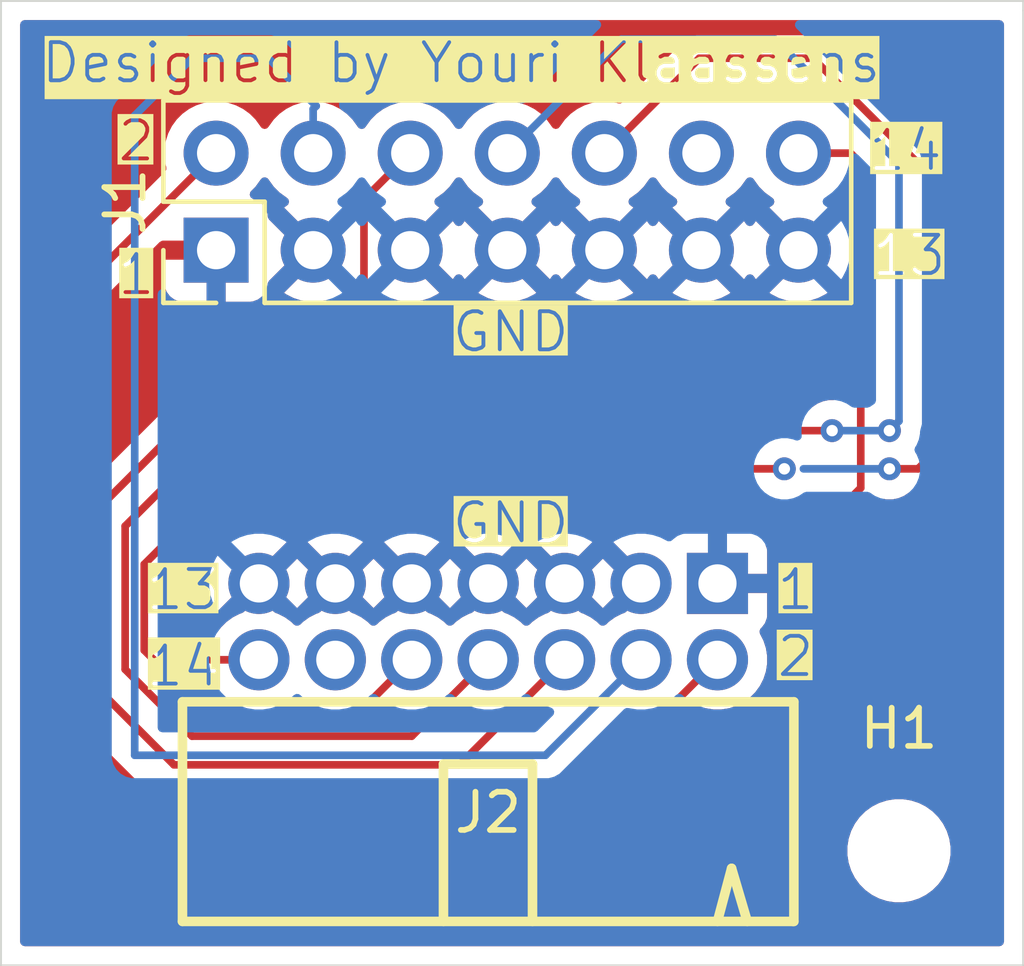
<source format=kicad_pcb>
(kicad_pcb (version 20241229) (generator "pcbnew") (generator_version "9.0")
  (title_block (title "Xilinx JTAG pitch adapter") (date "2025-04-06") (rev "1") (company "Author: Youri Klaassens"))
  (layers (0 "F.Cu" signal) (2 "B.Cu" signal) (13 "F.Paste" user) (15 "B.Paste" user) (5 "F.SilkS" user "F.Silkscreen") (7 "B.SilkS" user "B.Silkscreen") (1 "F.Mask" user) (3 "B.Mask" user) (25 "Edge.Cuts" user))
  (net 0 "")
  (net 3 "GND")
  (net 4 "TDO")
  (net 5 "SRST")
  (net 6 "VREF")
  (net 7 "TCK")
  (net 8 "TMS")
  (net 9 "TDI")
  (footprint "MountingHole:MountingHole_2.2mm_M2" (layer "F.Cu") (at 138.75 134.75)
    (property "Reference" "H1" (at 0 -3.2 0) (layer "F.SilkS"))
    (property "Value" "MountingHole" (hide yes))
    (pad "" np_thru_hole circle (at 0 0) (size 2.2 2.2) (drill 2.2) (layers "*.Cu" "*.Mask"))
  )
  (footprint "2mm-connector:CONN-TH_14P-P2.00-V-M_1-1734493-4" (layer "F.Cu") (at 128 128.75 180)
    (property "Reference" "J2" (at 0 -5 0) (layer "F.SilkS"))
    (property "Value" "2.0mm pitch JTAG" (hide yes))
    (fp_line (start 8 -2.1) (end -8 -2.1) (stroke (width 0.25)) (layer "F.SilkS"))
    (fp_line (start 8 -7.85) (end 8 -2.1) (stroke (width 0.25)) (layer "F.SilkS"))
    (fp_line (start 1.17 -3.73) (end 1.17 -7.85) (stroke (width 0.25)) (layer "F.SilkS"))
    (fp_line (start -1.16 -3.73) (end 1.17 -3.73) (stroke (width 0.25)) (layer "F.SilkS"))
    (fp_line (start -1.16 -7.85) (end -1.16 -3.73) (stroke (width 0.25)) (layer "F.SilkS"))
    (fp_line (start -6.37 -6.46) (end -6 -7.85) (stroke (width 0.25)) (layer "F.SilkS"))
    (fp_line (start -6.78 -7.85) (end -6.37 -6.46) (stroke (width 0.25)) (layer "F.SilkS"))
    (fp_line (start -7.97 -7.85) (end 8 -7.85) (stroke (width 0.25)) (layer "F.SilkS"))
    (fp_line (start -8 -7.85) (end -7.97 -7.85) (stroke (width 0.25)) (layer "F.SilkS"))
    (fp_line (start -8 -7.85) (end -8 -2.1) (stroke (width 0.25)) (layer "F.SilkS"))
    (pad "1" thru_hole rect (at -6 1 180) (size 1.6 1.6) (drill 0.999998) (layers "*.Cu" "*.Mask") (net 3 "GND"))
    (pad "2" thru_hole circle (at -6 -1 180) (size 1.6 1.6) (drill 0.999998) (layers "*.Cu" "*.Mask") (net 6 "VREF"))
    (pad "3" thru_hole circle (at -4 1 180) (size 1.6 1.6) (drill 0.999998) (layers "*.Cu" "*.Mask") (net 3 "GND"))
    (pad "4" thru_hole circle (at -4 -1 180) (size 1.6 1.6) (drill 0.999998) (layers "*.Cu" "*.Mask") (net 8 "TMS"))
    (pad "5" thru_hole circle (at -2 1 180) (size 1.6 1.6) (drill 0.999998) (layers "*.Cu" "*.Mask") (net 3 "GND"))
    (pad "6" thru_hole circle (at -2 -1 180) (size 1.6 1.6) (drill 0.999998) (layers "*.Cu" "*.Mask") (net 7 "TCK"))
    (pad "7" thru_hole circle (at 0 1 180) (size 1.6 1.6) (drill 0.999998) (layers "*.Cu" "*.Mask") (net 3 "GND"))
    (pad "8" thru_hole circle (at 0 -1 180) (size 1.6 1.6) (drill 0.999998) (layers "*.Cu" "*.Mask") (net 4 "TDO"))
    (pad "9" thru_hole circle (at 2 1 180) (size 1.6 1.6) (drill 0.999998) (layers "*.Cu" "*.Mask") (net 3 "GND"))
    (pad "10" thru_hole circle (at 2 -1 180) (size 1.6 1.6) (drill 0.999998) (layers "*.Cu" "*.Mask") (net 9 "TDI"))
    (pad "11" thru_hole circle (at 4 1 180) (size 1.6 1.6) (drill 0.999998) (layers "*.Cu" "*.Mask") (net 3 "GND"))
    (pad "12" thru_hole circle (at 4 -1 180) (size 1.6 1.6) (drill 0.999998) (layers "*.Cu" "*.Mask"))
    (pad "13" thru_hole circle (at 6 1 180) (size 1.6 1.6) (drill 0.999998) (layers "*.Cu" "*.Mask") (net 3 "GND"))
    (pad "14" thru_hole circle (at 6 -1 180) (size 1.6 1.6) (drill 0.999998) (layers "*.Cu" "*.Mask") (net 5 "SRST"))
  )
  (footprint "Connector_PinHeader_2.54mm:PinHeader_2x07_P2.54mm_Vertical" (layer "F.Cu") (at 120.88 119.025 90)
    (property "Reference" "J1" (at 1.27 -2.38 90) (layer "F.SilkS"))
    (property "Value" "2.54mm pitch JTAG" (hide yes))
    (fp_line (start 3.92 -1.38) (end 3.92 16.62) (stroke (width 0.12)) (layer "F.SilkS"))
    (fp_line (start 1.27 -1.38) (end 3.92 -1.38) (stroke (width 0.12)) (layer "F.SilkS"))
    (fp_line (start -1.38 -1.38) (end 0 -1.38) (stroke (width 0.12)) (layer "F.SilkS"))
    (fp_line (start -1.38 0) (end -1.38 -1.38) (stroke (width 0.12)) (layer "F.SilkS"))
    (fp_line (start 1.27 1.27) (end 1.27 -1.38) (stroke (width 0.12)) (layer "F.SilkS"))
    (fp_line (start -1.38 1.27) (end 1.27 1.27) (stroke (width 0.12)) (layer "F.SilkS"))
    (fp_line (start -1.38 1.27) (end -1.38 16.62) (stroke (width 0.12)) (layer "F.SilkS"))
    (fp_line (start -1.38 16.62) (end 3.92 16.62) (stroke (width 0.12)) (layer "F.SilkS"))
    (pad "1" thru_hole rect (at 0 0 90) (size 1.7 1.7) (drill 1) (layers "*.Cu" "*.Mask") (net 3 "GND"))
    (pad "2" thru_hole circle (at 2.54 0 90) (size 1.7 1.7) (drill 1) (layers "*.Cu" "*.Mask") (net 6 "VREF"))
    (pad "3" thru_hole circle (at 0 2.54 90) (size 1.7 1.7) (drill 1) (layers "*.Cu" "*.Mask") (net 3 "GND"))
    (pad "4" thru_hole circle (at 2.54 2.54 90) (size 1.7 1.7) (drill 1) (layers "*.Cu" "*.Mask") (net 8 "TMS"))
    (pad "5" thru_hole circle (at 0 5.08 90) (size 1.7 1.7) (drill 1) (layers "*.Cu" "*.Mask") (net 3 "GND"))
    (pad "6" thru_hole circle (at 2.54 5.08 90) (size 1.7 1.7) (drill 1) (layers "*.Cu" "*.Mask") (net 7 "TCK"))
    (pad "7" thru_hole circle (at 0 7.62 90) (size 1.7 1.7) (drill 1) (layers "*.Cu" "*.Mask") (net 3 "GND"))
    (pad "8" thru_hole circle (at 2.54 7.62 90) (size 1.7 1.7) (drill 1) (layers "*.Cu" "*.Mask") (net 4 "TDO"))
    (pad "9" thru_hole circle (at 0 10.16 90) (size 1.7 1.7) (drill 1) (layers "*.Cu" "*.Mask") (net 3 "GND"))
    (pad "10" thru_hole circle (at 2.54 10.16 90) (size 1.7 1.7) (drill 1) (layers "*.Cu" "*.Mask") (net 9 "TDI"))
    (pad "11" thru_hole circle (at 0 12.7 90) (size 1.7 1.7) (drill 1) (layers "*.Cu" "*.Mask") (net 3 "GND"))
    (pad "12" thru_hole circle (at 2.54 12.7 90) (size 1.7 1.7) (drill 1) (layers "*.Cu" "*.Mask"))
    (pad "13" thru_hole circle (at 0 15.24 90) (size 1.7 1.7) (drill 1) (layers "*.Cu" "*.Mask") (net 3 "GND"))
    (pad "14" thru_hole circle (at 2.54 15.24 90) (size 1.7 1.7) (drill 1) (layers "*.Cu" "*.Mask") (net 5 "SRST"))
  )
  (gr_line (start 115.25 137.75) (end 142 137.75) (stroke (width 0.05)) (layer "Edge.Cuts"))
  (gr_line (start 115.25 112.5) (end 115.25 137.75) (stroke (width 0.05)) (layer "Edge.Cuts"))
  (gr_line (start 142 112.5) (end 115.25 112.5) (stroke (width 0.05)) (layer "Edge.Cuts"))
  (gr_line (start 142 112.75) (end 142 112.5) (stroke (width 0.05)) (layer "Edge.Cuts"))
  (gr_line (start 142 137.75) (end 142 112.75) (stroke (width 0.05)) (layer "Edge.Cuts"))
  (gr_text "2" (at 118.25 116.75 0) (layer "F.SilkS" knockout) (effects (font (size 1 1) (thickness 0.1)) (justify left bottom)))
  (gr_text "2" (at 135.5 130.25 0) (layer "F.SilkS" knockout) (effects (font (size 1 1) (thickness 0.1)) (justify left bottom)))
  (gr_text "13\n" (at 119 128.5 0) (layer "F.SilkS" knockout) (effects (font (size 1 1) (thickness 0.1)) (justify left bottom)))
  (gr_text "GND" (at 127 126.75 0) (layer "F.SilkS" knockout) (effects (font (size 1 1) (thickness 0.1)) (justify left bottom)))
  (gr_text "14" (at 137.9 117 0) (layer "F.SilkS" knockout) (effects (font (size 1 1) (thickness 0.1)) (justify left bottom)))
  (gr_text "13\n" (at 138 119.75 0) (layer "F.SilkS" knockout) (effects (font (size 1 1) (thickness 0.1)) (justify left bottom)))
  (gr_text "1" (at 118.25 120.25 0) (layer "F.SilkS" knockout) (effects (font (size 1 1) (thickness 0.1)) (justify left bottom)))
  (gr_text "1" (at 135.5 128.5 0) (layer "F.SilkS" knockout) (effects (font (size 1 1) (thickness 0.1)) (justify left bottom)))
  (gr_text "14" (at 119 130.5 0) (layer "F.SilkS" knockout) (effects (font (size 1 1) (thickness 0.1)) (justify left bottom)))
  (gr_text "Designed by Youri Klaassens" (at 116.25 114.705 0) (layer "F.SilkS" knockout) (effects (font (size 1 1) (thickness 0.1)) (justify left bottom)))
  (gr_text "GND" (at 127 121.75 0) (layer "F.SilkS" knockout) (effects (font (size 1 1) (thickness 0.1)) (justify left bottom)))
  (segment (start 118.5 130) (end 118.5 126.25) (width 0.2) (layer "F.Cu") (net 4))
  (segment (start 118.5 126.25) (end 121 123.75) (width 0.2) (layer "F.Cu") (net 4))
  (segment (start 120.25 131.75) (end 118.5 130) (width 0.2) (layer "F.Cu") (net 4))
  (segment (start 121 123.75) (end 137 123.75) (width 0.2) (layer "F.Cu") (net 4))
  (segment (start 126 131.75) (end 120.25 131.75) (width 0.2) (layer "F.Cu") (net 4))
  (segment (start 128 129.75) (end 126 131.75) (width 0.2) (layer "F.Cu") (net 4))
  (via (at 137 123.75) (size 0.6) (drill 0.3) (layers "F.Cu" "B.Cu") (net 4))
  (via (at 138.5 123.75) (size 0.6) (drill 0.3) (layers "F.Cu" "B.Cu") (net 4))
  (segment (start 137 123.75) (end 138.5 123.75) (width 0.2) (layer "B.Cu") (net 4))
  (segment (start 135.5 113.5) (end 131.485 113.5) (width 0.2) (layer "B.Cu") (net 4))
  (segment (start 138.75 116.75) (end 135.5 113.5) (width 0.2) (layer "B.Cu") (net 4))
  (segment (start 131.485 113.5) (end 128.5 116.485) (width 0.2) (layer "B.Cu") (net 4))
  (segment (start 138.5 123.75) (end 138.75 123.5) (width 0.2) (layer "B.Cu") (net 4))
  (segment (start 138.75 123.5) (end 138.75 116.75) (width 0.2) (layer "B.Cu") (net 4))
  (segment (start 137.485 116.485) (end 136.12 116.485) (width 0.2) (layer "F.Cu") (net 5))
  (segment (start 137 126) (end 137.75 125.25) (width 0.2) (layer "F.Cu") (net 5))
  (segment (start 137.75 116.75) (end 137.485 116.485) (width 0.2) (layer "F.Cu") (net 5))
  (segment (start 120.75 129.75) (end 120 129) (width 0.2) (layer "F.Cu") (net 5))
  (segment (start 120 129) (end 120 127.5) (width 0.2) (layer "F.Cu") (net 5))
  (segment (start 137.75 125.25) (end 137.75 116.75) (width 0.2) (layer "F.Cu") (net 5))
  (segment (start 120 127.5) (end 121.5 126) (width 0.2) (layer "F.Cu") (net 5))
  (segment (start 121.5 126) (end 137 126) (width 0.2) (layer "F.Cu") (net 5))
  (segment (start 122 129.75) (end 120.75 129.75) (width 0.2) (layer "F.Cu") (net 5))
  (segment (start 116.75 120.615) (end 120.88 116.485) (width 0.2) (layer "F.Cu") (net 6))
  (segment (start 134 129.75) (end 134 130) (width 0.2) (layer "F.Cu") (net 6))
  (segment (start 134 129.75) (end 130.25 133.5) (width 0.2) (layer "F.Cu") (net 6))
  (segment (start 116.75 131) (end 116.75 120.615) (width 0.2) (layer "F.Cu") (net 6))
  (segment (start 119.25 133.5) (end 116.75 131) (width 0.2) (layer "F.Cu") (net 6))
  (segment (start 130.25 133.5) (end 119.25 133.5) (width 0.2) (layer "F.Cu") (net 6))
  (segment (start 122.75 122.5) (end 124.75 120.5) (width 0.2) (layer "F.Cu") (net 7))
  (segment (start 130 129.75) (end 127.25 132.5) (width 0.2) (layer "F.Cu") (net 7))
  (segment (start 127.25 132.5) (end 119.775781 132.5) (width 0.2) (layer "F.Cu") (net 7))
  (segment (start 119.775781 132.5) (end 117.75 130.474219) (width 0.2) (layer "F.Cu") (net 7))
  (segment (start 121.088137 122.5) (end 122.75 122.5) (width 0.2) (layer "F.Cu") (net 7))
  (segment (start 117.75 125.838137) (end 121.088137 122.5) (width 0.2) (layer "F.Cu") (net 7))
  (segment (start 124.75 117.695) (end 125.96 116.485) (width 0.2) (layer "F.Cu") (net 7))
  (segment (start 117.75 130.474219) (end 117.75 125.838137) (width 0.2) (layer "F.Cu") (net 7))
  (segment (start 124.75 120.5) (end 124.75 117.695) (width 0.2) (layer "F.Cu") (net 7))
  (segment (start 123.42 115.33) (end 123.42 116.485) (width 0.2) (layer "B.Cu") (net 8))
  (segment (start 118.75 115.5) (end 120.25 114) (width 0.2) (layer "B.Cu") (net 8))
  (segment (start 118.75 132.25) (end 118.75 115.5) (width 0.2) (layer "B.Cu") (net 8))
  (segment (start 132 129.75) (end 129.5 132.25) (width 0.2) (layer "B.Cu") (net 8))
  (segment (start 120.25 114) (end 122.25 114) (width 0.2) (layer "B.Cu") (net 8))
  (segment (start 122.25 114) (end 123.5 115.25) (width 0.2) (layer "B.Cu") (net 8))
  (segment (start 129.5 132.25) (end 118.75 132.25) (width 0.2) (layer "B.Cu") (net 8))
  (segment (start 123.5 115.25) (end 123.42 115.33) (width 0.2) (layer "B.Cu") (net 8))
  (segment (start 139.25 124.75) (end 139.5 124.5) (width 0.2) (layer "F.Cu") (net 9))
  (segment (start 121.5 124.75) (end 135.75 124.75) (width 0.2) (layer "F.Cu") (net 9))
  (segment (start 119 129.5) (end 119 127.25) (width 0.2) (layer "F.Cu") (net 9))
  (segment (start 120.75 131.25) (end 119 129.5) (width 0.2) (layer "F.Cu") (net 9))
  (segment (start 139.5 124.5) (end 139.5 117) (width 0.2) (layer "F.Cu") (net 9))
  (segment (start 126 129.75) (end 124.5 131.25) (width 0.2) (layer "F.Cu") (net 9))
  (segment (start 139.5 117) (end 136.5 114) (width 0.2) (layer "F.Cu") (net 9))
  (segment (start 124.5 131.25) (end 120.75 131.25) (width 0.2) (layer "F.Cu") (net 9))
  (segment (start 133.525 114) (end 131.04 116.485) (width 0.2) (layer "F.Cu") (net 9))
  (segment (start 138.5 124.75) (end 139.25 124.75) (width 0.2) (layer "F.Cu") (net 9))
  (segment (start 136.5 114) (end 133.525 114) (width 0.2) (layer "F.Cu") (net 9))
  (segment (start 119 127.25) (end 121.5 124.75) (width 0.2) (layer "F.Cu") (net 9))
  (via (at 135.75 124.75) (size 0.6) (drill 0.3) (layers "F.Cu" "B.Cu") (net 9))
  (via (at 138.5 124.75) (size 0.6) (drill 0.3) (layers "F.Cu" "B.Cu") (net 9))
  (segment (start 136.25 124.75) (end 138.5 124.75) (width 0.2) (layer "B.Cu") (net 9))
  (zone (net 3) (net_name "GND") (layers "F.Cu" "B.Cu") (connect_pads (clearance 0.5)) (min_thickness 0.25) (fill yes (thermal_gap 0.5) (thermal_bridge_width 0.5))
    (polygon (pts (xy 115.25 112.5) (xy 115.25 137.75) (xy 142 137.75) (xy 142 112.5)))
  )
)
</source>
